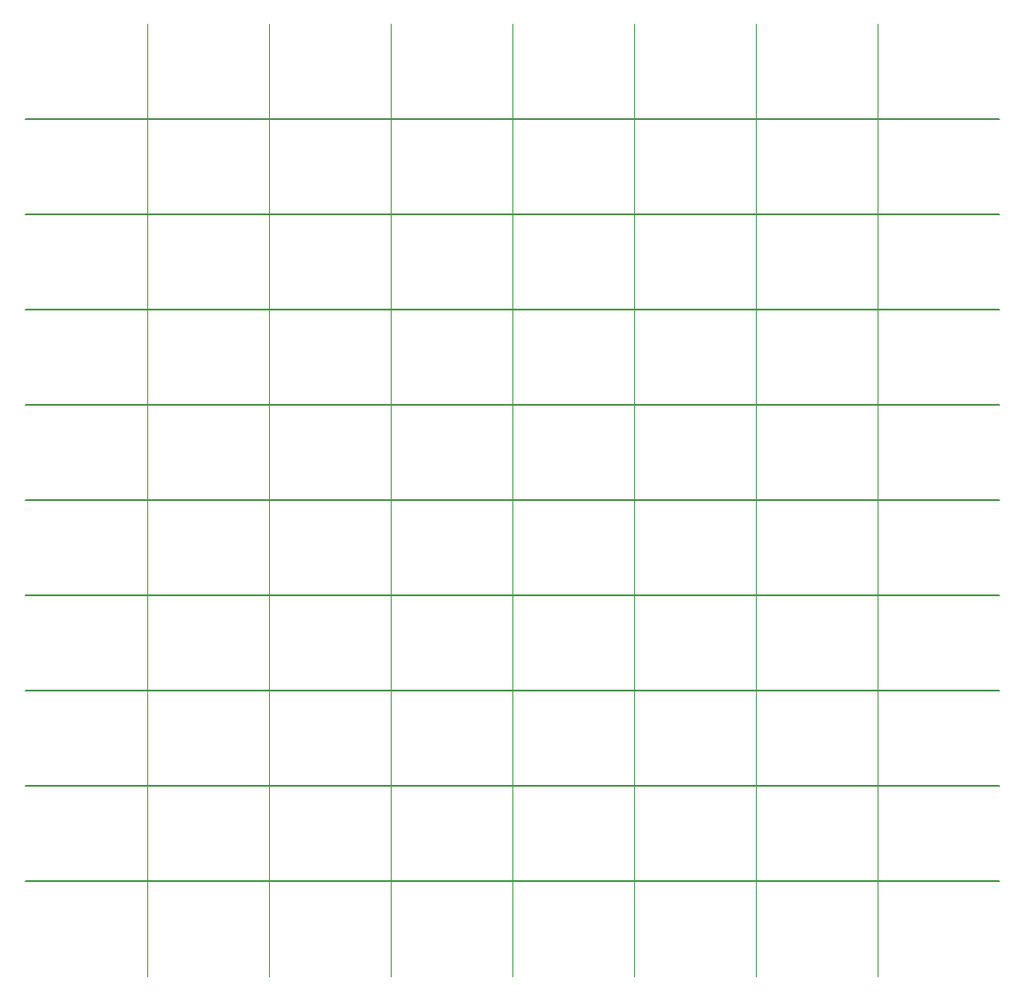
<source format=gbr>
G04 #@! TF.GenerationSoftware,KiCad,Pcbnew,(5.1.4)-1*
G04 #@! TF.CreationDate,2020-04-16T14:38:52+01:00*
G04 #@! TF.ProjectId,sot23Breakout,736f7432-3342-4726-9561-6b6f75742e6b,rev?*
G04 #@! TF.SameCoordinates,Original*
G04 #@! TF.FileFunction,Other,ECO1*
%FSLAX46Y46*%
G04 Gerber Fmt 4.6, Leading zero omitted, Abs format (unit mm)*
G04 Created by KiCad (PCBNEW (5.1.4)-1) date 2020-04-16 14:38:52*
%MOMM*%
%LPD*%
G04 APERTURE LIST*
%ADD10C,0.150000*%
%ADD11C,0.120000*%
G04 APERTURE END LIST*
D10*
X148082000Y-54102000D02*
X54610000Y-54102000D01*
X148082000Y-63246000D02*
X54610000Y-63246000D01*
X148082000Y-72390000D02*
X54610000Y-72390000D01*
X148082000Y-81534000D02*
X54610000Y-81534000D01*
X148082000Y-90678000D02*
X54610000Y-90678000D01*
X148082000Y-99822000D02*
X54610000Y-99822000D01*
X148082000Y-108966000D02*
X54610000Y-108966000D01*
X148082000Y-118110000D02*
X54610000Y-118110000D01*
X148082000Y-127254000D02*
X54610000Y-127254000D01*
D11*
X136398000Y-136398000D02*
X136398000Y-44958000D01*
X124714000Y-136398000D02*
X124714000Y-44958000D01*
X113030000Y-136398000D02*
X113030000Y-44958000D01*
X101346000Y-136398000D02*
X101346000Y-44958000D01*
X89662000Y-136398000D02*
X89662000Y-44958000D01*
X77978000Y-136398000D02*
X77978000Y-44958000D01*
X66294000Y-136398000D02*
X66294000Y-44958000D01*
M02*

</source>
